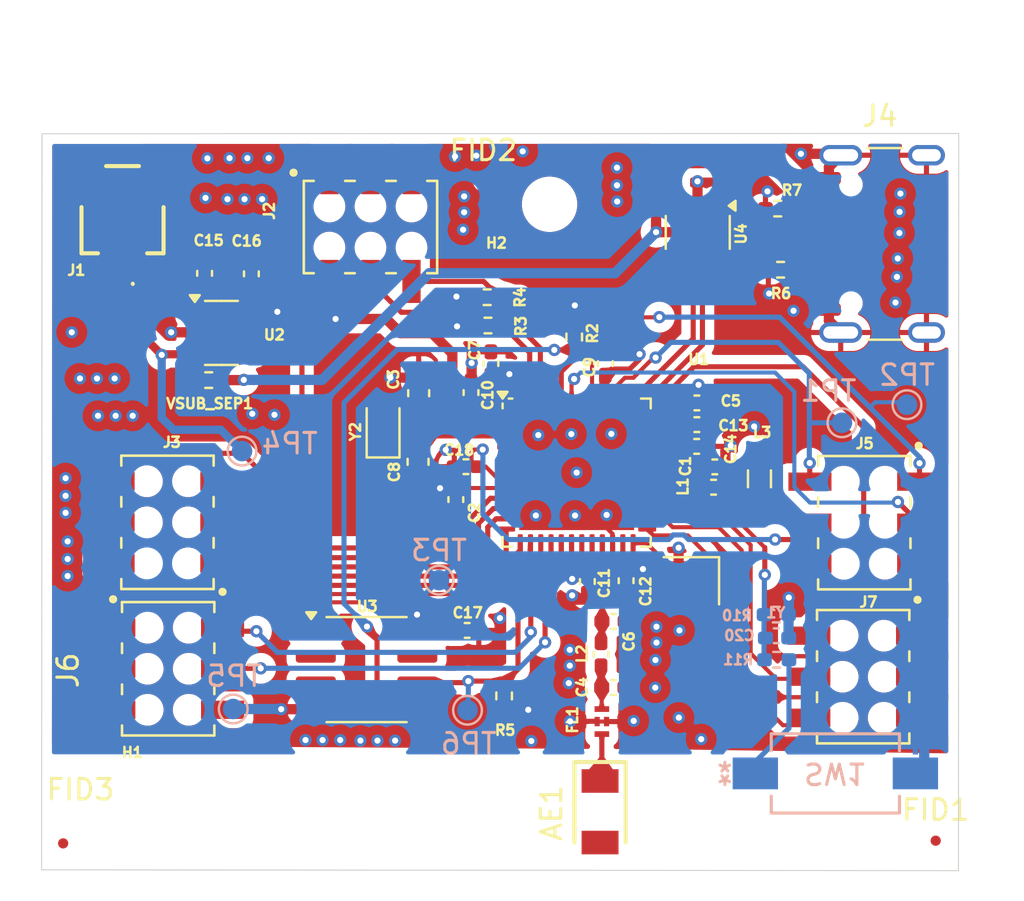
<source format=kicad_pcb>
(kicad_pcb (version 20240108) (generator "pcbnew") (generator_version "8.0")
  (layers (0 "F.Cu" signal) (1 "In1.Cu" signal) (2 "In2.Cu" signal) (31 "B.Cu" signal) (34 "B.Paste" user) (35 "F.Paste" user) (36 "B.SilkS" user "B.Silkscreen") (37 "F.SilkS" user "F.Silkscreen") (38 "B.Mask" user) (39 "F.Mask" user) (44 "Edge.Cuts" user))
  (net 0 "")
  (net 1 "GND")
  (net 2 "/LXSMPS")
  (net 3 "Net-(U1-PC14)")
  (net 4 "Net-(FL1-IN)")
  (net 5 "Net-(U1-RF1)")
  (net 6 "Net-(U1-PC15)")
  (net 7 "V_In")
  (net 8 "Net-(L1-Pad2)")
  (net 9 "Net-(U1-VFBSMPS)")
  (net 10 "Net-(J4-CC1)")
  (net 11 "Net-(J4-CC2)")
  (net 13 "SWD_NRST")
  (net 15 "Net-(AE1-A)")
  (net 16 "+3.3V")
  (net 17 "ADC_IN_7")
  (net 18 "Net-(U1-OSC_OUT)")
  (net 19 "JTMS-SWDIO")
  (net 20 "I2C3_SDA")
  (net 21 "SWD_SWO")
  (net 22 "ADC_IN_8")
  (net 23 "JTCK-SWCLK")
  (net 24 "Net-(U1-OSC_IN)")
  (net 25 "I2C3_SCL")
  (net 26 "Temper")
  (net 27 "ADC_IN_6")
  (net 31 "SDA")
  (net 32 "SCL")
  (net 37 "ADC_IN_9")
  (net 38 "ADC1_IN10")
  (net 39 "ADC1_IN11")
  (net 40 "PA12")
  (net 41 "PA11")
  (net 42 "VBUS")
  (net 43 "Net-(J4-D--PadA7)")
  (net 44 "Net-(J4-D+-PadA6)")
  (net 47 "PA8")
  (net 48 "PB9")
  (net 49 "PA9")
  (net 50 "PB8")
  (net 53 "PA15")
  (net 54 "PB0")
  (net 55 "PA10")
  (net 56 "PB2")
  (net 57 "PB1")
  (net 62 "Net-(U1-PE4)")
  (net 63 "Net-(R11-Pad1)")
  (footprint "Package_DFN_QFN:QFN-48-1EP_7x7mm_P0.5mm_EP5.6x5.6mm" (layer "F.Cu") (at 127.96 84.84)
    (property "Reference" "U1")
    (property "Value" "STM32WB55CCU6")
  )
  (footprint "ALL_FOOTRPINTS:HARWIN_M22-6340342" (layer "F.Cu") (at 141.98 87.28 90)
    (property "Reference" "J5")
    (property "Value" "M22-M22-6340342")
  )
  (footprint "Package_SO:SOIC-8_3.9x4.9mm_P1.27mm" (layer "F.Cu") (at 117.72 94.44)
    (property "Reference" "U3")
    (property "Value" "ATECC608A-SSHDA")
  )
  (footprint "Capacitor_SMD:C_0402_1005Metric_Pad0.74x0.62mm_HandSolder" (layer "F.Cu") (at 133.82 82.5)
    (property "Reference" "C13")
    (property "Value" "4.7uF")
  )
  (footprint "Fiducial:Fiducial_0.5mm_Mask1mm" (layer "F.Cu") (at 145.46 102.78)
    (property "Reference" "FID1")
    (property "Value" "Fiducial")
  )
  (footprint "Fiducial:Fiducial_0.5mm_Mask1mm" (layer "F.Cu") (at 123.41 70.63)
    (property "Reference" "FID2")
    (property "Value" "Fiducial")
  )
  (footprint "Capacitor_SMD:C_0402_1005Metric_Pad0.74x0.62mm_HandSolder" (layer "F.Cu") (at 122.81 80.9375 90)
    (property "Reference" "C10")
    (property "Value" "0.1uF")
  )
  (footprint "Capacitor_SMD:C_0402_1005Metric_Pad0.74x0.62mm_HandSolder" (layer "F.Cu") (at 109.825 75.125 90)
    (property "Reference" "C15")
    (property "Value" "1uF")
  )
  (footprint "Resistor_SMD:R_0402_1005Metric_Pad0.72x0.64mm_HandSolder" (layer "F.Cu") (at 137.76 71.97 180)
    (property "Reference" "R7")
    (property "Value" "5.1k" (hide yes))
  )
  (footprint "ALL_FOOTRPINTS:SM02BSRSSTBLFSN" (layer "F.Cu") (at 105.825 72.187 180)
    (property "Reference" "J1")
    (property "Value" "Conn_01x02_Socket" (hide yes))
  )
  (footprint "Capacitor_SMD:C_0402_1005Metric_Pad0.74x0.62mm_HandSolder" (layer "F.Cu") (at 123.78 79.52 90)
    (property "Reference" "C7")
    (property "Value" "0.1uF")
  )
  (footprint "Package_TO_SOT_SMD:SOT-23-5" (layer "F.Cu") (at 110.6475 78.03)
    (property "Reference" "U2")
    (property "Value" "MCP1802T-3302I/OT")
  )
  (footprint "ALL_FOOTRPINTS:HARWIN_M22-6340342" (layer "F.Cu") (at 108.05 94.4 90)
    (property "Reference" "J6")
    (property "Value" "M22-M22-6340342")
  )
  (footprint "Resistor_SMD:R_0402_1005Metric_Pad0.72x0.64mm_HandSolder" (layer "F.Cu") (at 123.6375 77.67)
    (property "Reference" "R3")
    (property "Value" "4.7k")
  )
  (footprint "Capacitor_SMD:C_0402_1005Metric_Pad0.74x0.62mm_HandSolder" (layer "F.Cu") (at 128.48 90.1475 -90)
    (property "Reference" "C11")
    (property "Value" "0.1uF")
  )
  (footprint "Fiducial:Fiducial_0.5mm_Mask1mm" (layer "F.Cu") (at 102.93 102.91)
    (property "Reference" "FID3")
    (property "Value" "Fiducial")
  )
  (footprint "Capacitor_SMD:C_0402_1005Metric_Pad0.74x0.62mm_HandSolder" (layer "F.Cu") (at 129.36 79.5275 90)
    (property "Reference" "C9")
    (property "Value" "0.1uF")
  )
  (footprint "ALL_FOOTRPINTS:HARWIN_M22-6340342" (layer "F.Cu") (at 117.91 72.87 180)
    (property "Reference" "J2")
    (property "Value" "M22-M22-6340342")
  )
  (footprint "Capacitor_SMD:C_0402_1005Metric_Pad0.74x0.62mm_HandSolder" (layer "F.Cu") (at 129.1475 93.6925 90)
    (property "Reference" "L2")
    (property "Value" "2.7nH")
  )
  (footprint "Capacitor_SMD:C_0402_1005Metric_Pad0.74x0.62mm_HandSolder" (layer "F.Cu") (at 129.7575 92.09 180)
    (property "Reference" "C6")
    (property "Value" "0.3pF" (hide yes))
  )
  (footprint "Capacitor_SMD:C_0603_1608Metric_Pad1.08x0.95mm_HandSolder" (layer "F.Cu") (at 120.23 84.3125 90)
    (property "Reference" "C8")
    (property "Value" "0.8pF")
  )
  (footprint "ALL_FOOTRPINTS:DLF-4_1P6X0P8" (layer "F.Cu") (at 129.1875 96.9729 -90)
    (property "Reference" "FL1")
    (property "Value" "DLF162500LT-5028A1")
  )
  (footprint "ALL_FOOTRPINTS:HARWIN_M22-6340342" (layer "F.Cu") (at 141.925 94.7875 90)
    (property "Reference" "J7")
    (property "Value" "M22-M22-6340342")
  )
  (footprint "Crystal:Crystal_SMD_2016-4Pin_2.0x1.6mm" (layer "F.Cu") (at 133.55 90.11 180)
    (property "Reference" "Y1")
    (property "Value" "32Mhz")
  )
  (footprint "Resistor_SMD:R_0402_1005Metric_Pad0.72x0.64mm_HandSolder" (layer "F.Cu") (at 110.025 80.33 180)
    (property "Reference" "VSUB_SEP1")
    (property "Value" "0")
  )
  (footprint "Resistor_SMD:R_0402_1005Metric_Pad0.72x0.64mm_HandSolder" (layer "F.Cu") (at 127.84 78.23 -90)
    (property "Reference" "R2")
    (property "Value" "4.7k")
  )
  (footprint "Resistor_SMD:R_0402_1005Metric_Pad0.72x0.64mm_HandSolder" (layer "F.Cu") (at 124.425 95.7225 -90)
    (property "Reference" "R5")
    (property "Value" "4.7k")
  )
  (footprint "Resistor_SMD:R_0402_1005Metric_Pad0.72x0.64mm_HandSolder" (layer "F.Cu") (at 123.5975 76.29)
    (property "Reference" "R4")
    (property "Value" "4.7k")
  )
  (footprint "Crystal:Crystal_SMD_2012-2Pin_2.0x1.2mm" (layer "F.Cu") (at 118.525 82.9 90)
    (property "Reference" "Y2")
    (property "Value" "32kHz768" (hide yes))
  )
  (footprint "Capacitor_SMD:C_0603_1608Metric_Pad1.08x0.95mm_HandSolder" (layer "F.Cu") (at 120.26 80.9675 -90)
    (property "Reference" "C3")
    (property "Value" "0.3pF" (hide yes))
  )
  (footprint "Capacitor_SMD:C_0402_1005Metric_Pad0.74x0.62mm_HandSolder" (layer "F.Cu") (at 133.82 81.4425)
    (property "Reference" "C5")
    (property "Value" "0.1uF")
  )
  (footprint "Capacitor_SMD:C_0402_1005Metric_Pad0.74x0.62mm_HandSolder" (layer "F.Cu") (at 134.6925 84.56 180)
    (property "Reference" "C1")
    (property "Value" "4.7uF")
  )
  (footprint "Package_TO_SOT_SMD:SOT-23-6" (layer "F.Cu") (at 133.8625 73.13 -90)
    (property "Reference" "U4")
    (property "Value" "USBLC6-2SC6")
  )
  (footprint "Capacitor_SMD:C_0402_1005Metric_Pad0.74x0.62mm_HandSolder" (layer "F.Cu") (at 112.105 75.15 90)
    (property "Reference" "C16")
    (property "Value" "1uF")
  )
  (footprint "Connector_USB:USB_C_Receptacle_GCT_USB4105-xx-A_16P_TopMnt_Horizontal" (layer "F.Cu") (at 143.935 73.69 90)
    (property "Reference" "J4")
    (property "Value" "USB_C_Receptacle_USB2.0_16P")
  )
  (footprint "ALL_FOOTRPINTS:HARWIN_M22-6340342" (layer "F.Cu") (at 108.015 87.2625 -90)
    (property "Reference" "J3")
    (property "Value" "M22-M22-6340342")
  )
  (footprint "MountingHole:MountingHole_2.2mm_M2" (layer "F.Cu") (at 106.3 101.68)
    (property "Reference" "H1")
    (property "Value" "MountingHole")
  )
  (footprint "Capacitor_SMD:C_0402_1005Metric_Pad0.74x0.62mm_HandSolder" (layer "F.Cu") (at 133.81 83.56)
    (property "Reference" "C14")
    (property "Value" "0.1uF")
  )
  (footprint "ALL_FOOTRPINTS:ANTC3216X140N" (layer "F.Cu") (at 129.1 101.37 -90)
    (property "Reference" "AE1")
    (property "Value" "Antenna")
  )
  (footprint "Capacitor_SMD:C_0402_1005Metric_Pad0.74x0.62mm_HandSolder" (layer "F.Cu") (at 134.6325 85.55)
    (property "Reference" "L1")
    (property "Value" "10nH")
  )
  (footprint "Capacitor_SMD:C_0402_1005Metric_Pad0.74x0.62mm_HandSolder" (layer "F.Cu") (at 122.6225 92.53)
    (property "Reference" "C17")
    (property "Value" "0.1uF")
  )
  (footprint "Inductor_SMD:L_0805_2012Metric_Pad1.05x1.20mm_HandSolder" (layer "F.Cu") (at 136.87 85.14 -90)
    (property "Reference" "L3")
    (property "Value" "10uH")
  )
  (footprint "Resistor_SMD:R_0402_1005Metric_Pad0.72x0.64mm_HandSolder" (layer "F.Cu") (at 137.9 74.95 180)
    (property "Reference" "R6")
    (property "Value" "5.1K" (hide yes))
  )
  (footprint "MountingHole:MountingHole_2.2mm_M2" (layer "F.Cu") (at 126.64 71.76)
    (property "Reference" "H2")
    (property "Value" "MountingHole")
  )
  (footprint "Capacitor_SMD:C_0402_1005Metric_Pad0.74x0.62mm_HandSolder" (layer "F.Cu") (at 130.37 90.1075 -90)
    (property "Reference" "C12")
    (property "Value" "0.1uF")
  )
  (footprint "Capacitor_SMD:C_0402_1005Metric_Pad0.74x0.62mm_HandSolder" (layer "F.Cu") (at 122.5625 84.55 180)
    (property "Reference" "C18")
    (property "Value" "0.1uF")
  )
  (footprint "Capacitor_SMD:C_0402_1005Metric_Pad0.74x0.62mm_HandSolder" (layer "F.Cu") (at 122.07 86.1525 -90)
    (property "Reference" "C2")
    (property "Value" "0.1uF")
  )
  (footprint "Capacitor_SMD:C_0402_1005Metric_Pad0.74x0.62mm_HandSolder" (layer "F.Cu") (at 129.7475 95.3125 180)
    (property "Reference" "C4")
    (property "Value" "0.8pF")
  )
  (footprint "Capacitor_SMD:C_0402_1005Metric_Pad0.74x0.62mm_HandSolder" (layer "B.Cu") (at 137.69 92.79)
    (property "Reference" "C20")
    (property "Value" "0.1uF")
  )
  (footprint "TestPoint:TestPoint_Pad_D1.0mm" (layer "B.Cu") (at 144.06 81.53 180)
    (property "Reference" "TP2")
    (property "Value" "TestPoint")
  )
  (footprint "TestPoint:TestPoint_Pad_D1.0mm" (layer "B.Cu") (at 111.22 96.36 180)
    (property "Reference" "TP5")
    (property "Value" "TestPoint")
  )
  (footprint "Resistor_SMD:R_0402_1005Metric_Pad0.72x0.64mm_HandSolder" (layer "B.Cu") (at 137.69 91.76 180)
    (property "Reference" "R10")
    (property "Value" "5.1k")
  )
  (footprint "ALL_FOOTRPINTS:RS-282G05A3-SM RT_CNK" (layer "B.Cu") (at 140.569302 99.5)
    (property "Reference" "SW1")
    (property "Value" "RS-282G05A3-SM RT")
  )
  (footprint "TestPoint:TestPoint_Pad_D1.0mm" (layer "B.Cu") (at 121.25 90.08 180)
    (property "Reference" "TP3")
    (property "Value" "TestPoint")
  )
  (footprint "Resistor_SMD:R_0402_1005Metric_Pad0.72x0.64mm_HandSolder" (layer "B.Cu") (at 137.71 93.96 180)
    (property "Reference" "R11")
    (property "Value" "200")
  )
  (footprint "TestPoint:TestPoint_Pad_D1.0mm" (layer "B.Cu") (at 111.65 83.79 180)
    (property "Reference" "TP4")
    (property "Value" "TestPoint")
  )
  (footprint "TestPoint:TestPoint_Pad_D1.0mm" (layer "B.Cu") (at 122.64 96.42 180)
    (property "Reference" "TP6")
    (property "Value" "TestPoint")
  )
  (footprint "TestPoint:TestPoint_Pad_D1.0mm" (layer "B.Cu") (at 140.89 82.41 180)
    (property "Reference" "TP1")
    (property "Value" "TestPoint")
  )
  (gr_line (start 146.58 69.99) (end 146.58 68.31) (stroke (width 0.05)) (layer "Edge.Cuts"))
  (gr_line (start 101.88 104.2) (end 101.9 69.96) (stroke (width 0.05)) (layer "Edge.Cuts"))
  (gr_line (start 146.58 68.31) (end 101.9 68.32) (stroke (width 0.05)) (layer "Edge.Cuts"))
  (gr_line (start 146.58 69.99) (end 146.57 104.24) (stroke (width 0.05)) (layer "Edge.Cuts"))
  (gr_line (start 146.57 104.24) (end 101.88 104.2) (stroke (width 0.05)) (layer "Edge.Cuts"))
  (gr_line (start 101.9 69.96) (end 101.9 68.32) (stroke (width 0.05)) (layer "Edge.Cuts"))
  (segment (start 108.195 78) (end 109.48 78) (width 0.5) (layer "F.Cu") (net 1))
  (segment (start 118.88 80.21) (end 120.21 80.21) (width 0.5) (layer "F.Cu") (net 1))
  (segment (start 135.47 83.52) (end 135.21 83.78) (width 0.5) (layer "F.Cu") (net 1))
  (segment (start 121.995 84.55) (end 121.57 84.975) (width 0.25) (layer "F.Cu") (net 1))
  (segment (start 121.57 84.975) (end 120.43 84.975) (width 0.25) (layer "F.Cu") (net 1))
  (segment (start 109.5 78.02) (end 109.51 78.03) (width 0.2) (layer "F.Cu") (net 1))
  (segment (start 128.48 91.03) (end 128.48 90.715) (width 0.2) (layer "F.Cu") (net 1))
  (segment (start 127.64 96.96) (end 128.946 96.96) (width 0.25) (layer "F.Cu") (net 1))
  (segment (start 140.255 69.945) (end 140.255 70.49) (width 0.5) (layer "F.Cu") (net 1))
  (segment (start 127.948355 91.03) (end 128.48 91.03) (width 0.5) (layer "F.Cu") (net 1))
  (segment (start 129.42 86.9) (end 129.42 87.54) (width 0.2) (layer "F.Cu") (net 1))
  (segment (start 129.895 90.675) (end 129.71 90.49) (width 0.25) (layer "F.Cu") (net 1))
  (segment (start 135.21 83.78) (end 135.21 84.51) (width 0.5) (layer "F.Cu") (net 1))
  (segment (start 127.73975 90.821395) (end 127.948355 91.03) (width 0.5) (layer "F.Cu") (net 1))
  (segment (start 122.84 79.495) (end 122.84 80.5025) (width 0.5) (layer "F.Cu") (net 1))
  (segment (start 140.76 69.3) (end 140.83 69.37) (width 0.25) (layer "F.Cu") (net 1))
  (segment (start 120.21 80.21) (end 120.25 80.25) (width 0.2) (layer "F.Cu") (net 1))
  (segment (start 109.48 78) (end 109.51 78.03) (width 0.25) (layer "F.Cu") (net 1))
  (segment (start 129.38 78.875) (end 129.38 78.825) (width 0.2) (layer "F.Cu") (net 1))
  (segment (start 131.3975 84.09) (end 128.71 84.09) (width 0.2) (layer "F.Cu") (net 1))
  (segment (start 134.5875 83.35) (end 134.3775 83.56) (width 0.2) (layer "F.Cu") (net 1))
  (segment (start 129.38 78.825) (end 129.23 78.675) (width 0.2) (layer "F.Cu") (net 1))
  (segment (start 128.71 84.09) (end 127.96 84.84) (width 0.2) (layer "F.Cu") (net 1))
  (segment (start 138.89 69.3) (end 140.76 69.3) (width 0.5) (layer "F.Cu") (net 1))
  (segment (start 115.22 96.37) (end 115.245 96.345) (width 0.2) (layer "F.Cu") (net 1))
  (segment (start 134.4 81.43) (end 134.3875 81.4425) (width 0.2) (layer "F.Cu") (net 1))
  (segment (start 140.255 77.435) (end 140.83 78.01) (width 0.5) (layer "F.Cu") (net 1))
  (segment (start 130.3225 95.32) (end 130.315 95.3125) (width 0.25) (layer "F.Cu") (net 1))
  (segment (start 130.32 90.675) (end 129.895 90.675) (width 0.25) (layer "F.Cu") (net 1))
  (segment (start 129.71 90.49) (end 129.71 88.2775) (width 0.25) (layer "F.Cu") (net 1))
  (segment (start 120.43 84.975) (end 120.23 85.175) (width 0.25) (layer "F.Cu") (net 1))
  (segment (start 133.85 70.64) (end 133.85 71.98) (width 0.5) (layer "F.Cu") (net 1))
  (segment (start 129.42 87.54) (end 129.424386 87.54) (width 0.2) (layer "F.Cu") (net 1))
  (segment (start 132.93 88.5) (end 132.93 89.48) (width 0.5) (layer "F.Cu") (net 1))
  (segment (start 129.424386 87.54) (end 129.71 87.825614) (width 0.2) (layer "F.Cu") (net 1))
  (segment (start 131.79 95.32) (end 130.3225 95.32) (width 0.5) (layer "F.Cu") (net 1))
  (segment (start 134.4575 83.64) (end 134.3775 83.56) (width 0.2) (layer "F.Cu") (net 1))
  (segment (start 128.9589 96.9729) (end 129.4161 96.9729) (width 0.2) (layer "F.Cu") (net 1))
  (segment (start 138.53 76.95) (end 138.59 76.89) (width 0.5) (layer "F.Cu") (net 1))
  (segment (start 140.83 69.37) (end 140.255 69.945) (width 0.5) (layer "F.Cu") (net 1))
  (segment (start 113.56 96.37) (end 115.22 96.37) (width 0.5) (layer "F.Cu") (net 1))
  (segment (start 140.255 76.89) (end 140.255 77.435) (width 0.5) (layer "F.Cu") (net 1))
  (segment (start 130.355 92.12) (end 130.325 92.09) (width 0.25) (layer "F.Cu") (net 1))
  (segment (start 130.74 96.94) (end 130.7071 96.9729) (width 0.25) (layer "F.Cu") (net 1))
  (segment (start 135.21 84.51) (end 135.26 84.56) (width 0.5) (layer "F.Cu") (net 1))
  (segment (start 130.7071 96.9729) (end 129.4161 96.9729) (width 0.25) (layer "F.Cu") (net 1))
  (segment (start 138.59 76.89) (end 140.255 76.89) (width 0.5) (layer "F.Cu") (net 1))
  (segment (start 122.84 80.5025) (end 122.8 80.5425) (width 0.5) (layer "F.Cu") (net 1))
  (segment (start 128.946 96.96) (end 128.9589 96.9729) (width 0.25) (layer "F.Cu") (net 1))
  (segment (start 129.71 87.825614) (end 129.71 88.2775) (width 0.2) (layer "F.Cu") (net 1))
  (segment (start 130.405 90.76) (end 130.32 90.675) (width 0.2) (layer "F.Cu") (net 1))
  (segment (start 133.85 71.98) (end 133.8625 71.9925) (width 0.25) (layer "F.Cu") (net 1))
  (segment (start 134.4075 82.52) (end 134.3875 82.5) (width 0.2) (layer "F.Cu") (net 1))
  (segment (start 123.23 92.57) (end 123.19 92.53) (width 0.2) (layer "F.Cu") (net 1))
  (segment (start 132.93 89.48) (end 132.85 89.56) (width 0.2) (layer "F.Cu") (net 1))
  (via (at 132.97 92.53) (size 0.6) (drill 0.3) (layers "F.Cu" "B.Cu") (net 1))
  (via (at 125.97 86.93) (size 0.6) (drill 0.3) (layers "F.Cu" "B.Cu") (net 1))
  (via (at 131.79 95.32) (size 0.6) (drill 0.3) (layers "F.Cu" "B.Cu") (net 1))
  (via (at 116.435 97.875) (size 0.6) (drill 0.3) (layers "F.Cu" "B.Cu") (net 1))
  (via (at 137.34 76.11) (size 0.6) (drill 0.3) (layers "F.Cu" "B.Cu") (net 1))
  (via (at 133.85 70.64) (size 0.6) (drill 0.3) (layers "F.Cu" "B.Cu") (net 1))
  (via (at 143.5 76.55) (size 0.6) (drill 0.3) (layers "F.Cu" "B.Cu") (net 1))
  (via (at 122.03 69.43) (size 0.6) (drill 0.3) (layers "F.Cu" "B.Cu") (net 1))
  (via (at 143.69 73.16) (size 0.6) (drill 0.3) (layers "F.Cu" "B.Cu") (net 1))
  (via (at 113.56 96.37) (size 0.6) (drill 0.3) (layers "F.Cu" "B.Cu") (net 1))
  (via (at 124.22 91.93) (size 0.6) (drill 0.3) (layers "F.Cu" "B.Cu") (net 1))
  (via (at 138.89 69.3) (size 0.6) (drill 0.3) (layers "F.Cu" "B.Cu") (net 1))
  (via (at 117.42 97.9) (size 0.6) (drill 0.3) (layers "F.Cu" "B.Cu") (net 1))
  (via (at 103.05 85.97) (size 0.6) (drill 0.3) (layers "F.Cu" "B.Cu") (net 1))
  (via (at 111.77 71.51) (size 0.6) (drill 0.3) (layers "F.Cu" "B.Cu") (net 1))
  (via (at 115.575 97.875) (size 0.6) (drill 0.3) (layers "F.Cu" "B.Cu") (net 1))
  (via (at 143.7 72.13) (size 0.6) (drill 0.3) (layers "F.Cu" "B.Cu") (net 1))
  (via (at 118.88 80.21) (size 0.6) (drill 0.3) (layers "F.Cu" "B.Cu") (net 1))
  (via (at 138.3 90.93) (size 0.6) (drill 0.3) (layers "F.Cu" "B.Cu") (net 1))
  (via (at 112.95 69.51) (size 0.6) (drill 0.3) (layers "F.Cu" "B.Cu") (net 1))
  (via (at 103.15 88.19) (size 0.6) (drill 0.3) (layers "F.Cu" "B.Cu") (net 1))
  (via (at 127.7 82.96) (size 0.6) (drill 0.3) (layers "F.Cu" "B.Cu") (net 1))
  (via (at 130.74 96.94) (size 0.6) (drill 0.3) (layers "F.Cu" "B.Cu") (net 1))
  (via (at 129.65 82.95) (size 0.6) (drill 0.3) (layers "F.Cu" "B.Cu") (net 1))
  (via (at 138.53 76.95) (size 0.6) (drill 0.3) (layers "F.Cu" "B.Cu") (net 1))
  (via (at 137.26 71.13) (size 0.6) (drill 0.3) (layers "F.Cu" "B.Cu") (net 1))
  (via (at 125.75 97.92) (size 0.6) (drill 0.3) (layers "F.Cu" "B.Cu") (net 1))
  (via (at 127.575 95.1) (size 0.6) (drill 0.3) (layers "F.Cu" "B.Cu") (net 1))
  (via (at 108.195 78) (size 0.6) (drill 0.3) (layers "F.Cu" "B.Cu") (net 1))
  (via (at 122.475 72.15) (size 0.6) (drill 0.3) (layers "F.Cu" "B.Cu") (net 1))
  (via (at 132.94 96.78) (size 0.6) (drill 0.3) (layers "F.Cu" "B.Cu") (net 1))
  (via (at 127.64 96.96) (size 0.6) (drill 0.3) (layers "F.Cu" "B.Cu") (net 1))
  (via (at 136.61 82.59) (size 0.6) (drill 0.3) (layers "F.Cu" "B.Cu") (net 1))
  (via (at 111.04 69.51) (size 0.6) (drill 0.3) (layers "F.Cu" "B.Cu") (net 1))
  (via (at 129.42 86.9) (size 0.6) (drill 0.3) (layers "F.Cu" "B.Cu") (net 1))
  (via (at 105.49 82.07) (size 0.6) (drill 0.3) (layers "F.Cu" "B.Cu") (net 1))
  (via (at 127.73975 90.821395) (size 0.6) (drill 0.3) (layers "F.Cu" "B.Cu") (net 1))
  (via (at 143.57 75.3) (size 0.6) (drill 0.3) (layers "F.Cu" "B.Cu") (net 1))
  (via (at 104.58 80.25) (size 0.6) (drill 0.3) (layers "F.Cu" "B.Cu") (net 1))
  (via (at 131.8 93.975) (size 0.6) (drill 0.3) (layers "F.Cu" "B.Cu") (net 1))
  (via (at 103.05 85.11) (size 0.6) (drill 0.3) (layers "F.Cu" "B.Cu") (net 1))
  (via (at 109.96 69.52) (size 0.6) (drill 0.3) (layers "F.Cu" "B.Cu") (net 1))
  (via (at 129.925 70.835) (size 0.6) (drill 0.3) (layers "F.Cu" "B.Cu") (net 1))
  (via (at 126.09 83.01) (size 0.6) (drill 0.3) (layers "F.Cu" "B.Cu") (net 1))
  (via (at 109.87 71.45) (size 0.6) (drill 0.3) (layers "F.Cu" "B.Cu") (net 1))
  (via (at 122.84 79.495) (size 0.6) (drill 0.3) (layers "F.Cu" "B.Cu") (net 1))
  (via (at 103.75 80.25) (size 0.6) (drill 0.3) (layers "F.Cu" "B.Cu") (net 1))
  (via (at 104.63 82.07) (size 0.6) (drill 0.3) (layers "F.Cu" "B.Cu") (net 1))
  (via (at 113.23 82.02) (size 0.6) (drill 0.3) (layers "F.Cu" "B.Cu") (net 1))
  (via (at 143.61 74.4) (size 0.6) (drill 0.3) (layers "F.Cu" "B.Cu") (net 1))
  (via (at 112.15 81.97) (size 0.6) (drill 0.3) (layers "F.Cu" "B.Cu") (net 1))
  (via (at 122.425 73) (size 0.6) (drill 0.3) (layers "F.Cu" "B.Cu") (net 1))
  (via (at 127.625 93.475) (size 0.6) (drill 0.3) (layers "F.Cu" "B.Cu") (net 1))
  (via (at 119.11 97.9) (size 0.6) (drill 0.3) (layers "F.Cu" "B.Cu") (net 1))
  (via (at 106.32 82.07) (size 0.6) (drill 0.3) (layers "F.Cu" "B.Cu") (net 1))
  (via (at 131.85 92.35) (size 0.6) (drill 0.3) (layers "F.Cu" "B.Cu") (net 1))
  (via (at 135.47 83.52) (size 0.6) (drill 0.3) (layers "F.Cu" "B.Cu") (net 1))
  (via (at 134.03 97.83) (size 0.6) (drill 0.3) (layers "F.Cu" "B.Cu") (net 1))
  (via (at 111.91 69.51) (size 0.6) (drill 0.3) (layers "F.Cu" "B.Cu") (net 1))
  (via (at 129.925 69.975) (size 0.6) (drill 0.3) (layers "F.Cu" "B.Cu") (net 1))
  (via (at 132.93 88.5) (size 0.6) (drill 0.3) (layers "F.Cu" "B.Cu") (net 1))
  (via (at 143.74 71.24) (size 0.6) (drill 0.3) (layers "F.Cu" "B.Cu") (net 1))
  (via (at 114.745 97.875) (size 0.6) (drill 0.3) (layers "F.Cu" "B.Cu") (net 1))
  (via (at 127.88 86.93) (size 0.6) (drill 0.3) (layers "F.Cu" "B.Cu") (net 1))
  (via (at 103.15 89.05) (size 0.6) (drill 0.3) (layers "F.Cu" "B.Cu") (net 1))
  (via (at 122.475 71.375) (size 0.6) (drill 0.3) (layers "F.Cu" "B.Cu") (net 1))
  (via (at 103.35 78) (size 0.6) (drill 0.3) (layers "F.Cu" "B.Cu") (net 1))
  (via (at 103.15 89.88) (size 0.6) (drill 0.3) (layers "F.Cu" "B.Cu") (net 1))
  (via (at 125.33 69.18) (size 0.6) (drill 0.3) (layers "F.Cu" "B.Cu") (net 1))
  (via (at 129.935 71.625) (size 0.6) (drill 0.3) (layers "F.Cu" "B.Cu") (net 1))
  (via (at 105.44 80.25) (size 0.6) (drill 0.3) (layers "F.Cu" "B.Cu") (net 1))
  (via (at 112.63 71.51) (size 0.6) (drill 0.3) (layers "F.Cu" "B.Cu") (net 1))
  (via (at 127.625 94.25) (size 0.6) (drill 0.3) (layers "F.Cu" "B.Cu") (net 1))
  (via (at 127.96 84.84) (size 0.6) (drill 0.3) (layers "F.Cu" "B.Cu") (net 1))
  (via (at 103.05 86.8) (size 0.6) (drill 0.3) (layers "F.Cu" "B.Cu") (net 1))
  (via (at 123.07 69.39) (size 0.6) (drill 0.3) (layers "F.Cu" "B.Cu") (net 1))
  (via (at 121.58 83.73) (size 0.6) (drill 0.3) (layers "F.Cu" "B.Cu") (net 1))
  (via (at 118.25 97.9) (size 0.6) (drill 0.3) (layers "F.Cu" "B.Cu") (net 1))
  (via (at 110.94 71.51) (size 0.6) (drill 0.3) (layers "F.Cu" "B.Cu") (net 1))
  (via (at 131.85 93.125) (size 0.6) (drill 0.3) (layers "F.Cu" "B.Cu") (net 1))
  (segment (start 138.2875 91.76) (end 138.2875 92.89) (width 0.5) (layer "B.Cu") (net 1))
  (segment (start 138.2875 92.89) (end 138.2975 92.9) (width 0.1) (layer "B.Cu") (net 1))
  (segment (start 113.55 96.36) (end 111.22 96.36) (width 0.5) (layer "B.Cu") (net 1))
  (segment (start 138.3 91.7475) (end 138.2875 91.76) (width 0.1) (layer "B.Cu") (net 1))
  (segment (start 138.3 90.93) (end 138.3 91.7475) (width 0.5) (layer "B.Cu") (net 1))
  (segment (start 113.56 96.37) (end 113.55 96.36) (width 0.2) (layer "B.Cu") (net 1))
  (segment (start 133.76 84.925) (end 134.125 84.56) (width 0.2) (layer "F.Cu") (net 2))
  (segment (start 132.83 84.37) (end 132.05 83.59) (width 0.25) (layer "F.Cu") (net 2))
  (segment (start 132.05 83.59) (end 131.3975 83.59) (width 0.25) (layer "F.Cu") (net 2))
  (segment (start 133.935 84.37) (end 132.83 84.37) (width 0.25) (layer "F.Cu") (net 2))
  (segment (start 133.76 85.705) (end 133.76 84.925) (width 0.2) (layer "F.Cu") (net 2))
  (segment (start 134.125 84.56) (end 133.935 84.37) (width 0.25) (layer "F.Cu") (net 2))
  (segment (start 124.5225 82.59) (end 124.5125 82.6) (width 0.2) (layer "F.Cu") (net 3))
  (segment (start 120.875 82.6) (end 120.25 81.975) (width 0.25) (layer "F.Cu") (net 3))
  (segment (start 119.03 82.21) (end 120.5225 82.21) (width 0.25) (layer "F.Cu") (net 3))
  (segment (start 124.5125 82.6) (end 120.875 82.6) (width 0.25) (layer "F.Cu") (net 3))
  (segment (start 129.18 96.3558) (end 129.1875 96.3633) (width 0.2) (layer "F.Cu") (net 4))
  (segment (start 129.1475 95.28) (end 129.18 95.3125) (width 0.2) (layer "F.Cu") (net 4))
  (segment (start 129.1475 94.26) (end 129.1475 95.28) (width 0.25) (layer "F.Cu") (net 4))
  (segment (start 129.18 95.3125) (end 129.18 96.3558) (width 0.2) (layer "F.Cu") (net 4))
  (segment (start 129.19 92.09) (end 129.19 93.0825) (width 0.2) (layer "F.Cu") (net 5))
  (segment (start 129.21 88.2775) (end 129.21 92.07) (width 0.25) (layer "F.Cu") (net 5))
  (segment (start 129.19 93.0825) (end 129.1475 93.125) (width 0.2) (layer "F.Cu") (net 5))
  (segment (start 129.21 92.07) (end 129.19 92.09) (width 0.2) (layer "F.Cu") (net 5))
  (segment (start 129.1875 92.0875) (end 129.19 92.09) (width 0.2) (layer "F.Cu") (net 5))
  (segment (start 124.4825 83.05) (end 124.5225 83.09) (width 0.25) (layer "F.Cu") (net 6))
  (segment (start 120.799 83.05) (end 124.4825 83.05) (width 0.25) (layer "F.Cu") (net 6))
  (segment (start 120.249 83.6) (end 120.799 83.05) (width 0.25) (layer "F.Cu") (net 6))
  (segment (start 120.249 83.6) (end 118.525 83.6) (width 0.25) (layer "F.Cu") (net 6))
  (segment (start 120.25 83.6) (end 120.249 83.6) (width 0.25) (layer "F.Cu") (net 6))
  (segment (start 106.325 74.475) (end 106.325 77.69) (width 0.4) (layer "F.Cu") (net 7))
  (segment (start 109.875 75.7425) (end 109.825 75.6925) (width 0.4) (layer "F.Cu") (net 7))
  (segment (start 109.51 78.98) (end 109.51 80.2475) (width 0.4) (layer "F.Cu") (net 7))
  (segment (start 109.51 77.08) (end 109.51 76.54) (width 0.4) (layer "F.Cu") (net 7))
  (segment (start 109.51 76.54) (end 109.875 76.175) (width 0.4) (layer "F.Cu") (net 7))
  (segment (start 110.715 77.4) (end 110.395 77.08) (width 0.4) (layer "F.Cu") (net 7))
  (segment (start 107.765 79.07) (end 109.42 79.07) (width 0.4) (layer "F.Cu") (net 7))
  (segment (start 109.42 79.07) (end 109.51 78.98) (width 0.4) (layer "F.Cu") (net 7))
  (segment (start 106.325 77.69) (end 107.735 79.1) (width 0.4) (layer "F.Cu") (net 7))
  (segment (start 110.715 78.7) (end 110.715 77.4) (width 0.4) (layer "F.Cu") (net 7))
  (segment (start 109.875 76.175) (end 109.875 75.7425) (width 0.4) (layer "F.Cu") (net 7))
  (segment (start 109.51 80.2475) (end 109.4275 80.33) (width 0.4) (layer "F.Cu") (net 7))
  (segment (start 107.735 79.1) (end 107.765 79.07) (width 0.4) (layer "F.Cu") (net 7))
  (segment (start 109.51 78.98) (end 110.435 78.98) (width 0.4) (layer "F.Cu") (net 7))
  (segment (start 110.395 77.08) (end 109.51 77.08) (width 0.4) (layer "F.Cu") (net 7))
  (segment (start 110.435 78.98) (end 110.715 78.7) (width 0.4) (layer "F.Cu") (net 7))
  (via (at 107.735 79.1) (size 0.6) (drill 0.3) (layers "F.Cu" "B.Cu") (net 7))
  (segment (start 107.735 82.175) (end 108.31 82.75) (width 0.4) (layer "B.Cu") (net 7))
  (segment (start 110.61 82.75) (end 111.65 83.79) (width 0.4) (layer "B.Cu") (net 7))
  (segment (start 108.31 82.75) (end 110.61 82.75) (width 0.4) (layer "B.Cu") (net 7))
  (segment (start 107.735 79.1) (end 107.735 82.175) (width 0.4) (layer "B.Cu") (net 7))
  (segment (start 136.75 85.03) (end 136.75 84.46) (width 0.2) (layer "F.Cu") (net 8))
  (segment (start 136.315 85.465) (end 136.75 85.03) (width 0.2) (layer "F.Cu") (net 8))
  (segment (start 135.135 85.465) (end 136.315 85.465) (width 0.2) (layer "F.Cu") (net 8))
  (segment (start 135.505685 86.3) (end 135.725685 86.52) (width 0.2) (layer "F.Cu") (net 9))
  (segment (start 131.3975 84.59) (end 131.4275 84.62) (width 0.2) (layer "F.Cu") (net 9))
  (segment (start 136.64 86.52) (end 136.87 86.29) (width 0.2) (layer "F.Cu") (net 9))
  (segment (start 135.725685 86.52) (end 136.64 86.52) (width 0.2) (layer "F.Cu") (net 9))
  (segment (start 131.4275 84.62) (end 132.147154 84.62) (width 0.2) (layer "F.Cu") (net 9))
  (segment (start 133.61 86.3) (end 135.505685 86.3) (width 0.2) (layer "F.Cu") (net 9))
  (segment (start 133.36 85.868201) (end 133.36 86.05) (width 0.2) (layer "F.Cu") (net 9))
  (segment (start 132.147154 84.62) (end 132.775427 85.248273) (width 0.2) (layer "F.Cu") (net 9))
  (segment (start 133.36 86.05) (end 133.61 86.3) (width 0.2) (layer "F.Cu") (net 9))
  (segment (start 132.775427 85.283628) (end 133.36 85.868201) (width 0.2) (layer "F.Cu") (net 9))
  (segment (start 132.775427 85.248273) (end 132.775427 85.283628) (width 0.2) (layer "F.Cu") (net 9))
  (segment (start 140.245 74.95) (end 140.255 74.94) (width 0.25) (layer "F.Cu") (net 10))
  (segment (start 138.4975 74.95) (end 140.245 74.95) (width 0.25) (layer "F.Cu") (net 10))
  (segment (start 138.395 71.94) (end 140.255 71.94) (width 0.25) (layer "F.Cu") (net 11))
  (segment (start 123.530614 84.55) (end 123.1275 84.55) (width 0.2) (layer "F.Cu") (net 13))
  (segment (start 123.1275 84.55) (end 122.8975 84.32) (width 0.2) (layer "F.Cu") (net 13))
  (segment (start 123.38 83.715) (end 122.975 83.715) (width 0.2) (layer "F.Cu") (net 13))
  (segment (start 122.835 83.855) (end 122.835 84.32) (width 0.2) (layer "F.Cu") (net 13))
  (segment (start 137.63 88.1) (end 138.51 88.1) (width 0.25) (layer "F.Cu") (net 13))
  (segment (start 124.5225 85.09) (end 124.070614 85.09) (width 0.2) (layer "F.Cu") (net 13))
  (segment (start 138.51 88.1) (end 139.33 87.28) (width 0.25) (layer "F.Cu") (net 13))
  (segment (start 122.975 83.715) (end 122.835 83.855) (width 0.2) (layer "F.Cu") (net 13))
  (segment (start 124.070614 85.09) (end 123.530614 84.55) (width 0.2) (layer "F.Cu") (net 13))
  (via (at 123.38 83.715) (size 0.6) (drill 0.3) (layers "F.Cu" "B.Cu") (net 13))
  (via (at 137.63 88.1) (size 0.6) (drill 0.3) (layers "F.Cu" "B.Cu") (net 13))
  (segment (start 123.38 83.715) (end 123.39 83.725) (width 0.25) (layer "B.Cu") (net 13))
  (segment (start 133.413884 88.1) (end 137.63 88.1) (width 0.25) (layer "B.Cu") (net 13))
  (segment (start 123.39 83.725) (end 123.39 86.87) (width 0.25) (layer "B.Cu") (net 13))
  (segment (start 124.62 88.1) (end 132.446116 88.1) (width 0.25) (layer "B.Cu") (net 13))
  (segment (start 133.188884 87.875) (end 133.413884 88.1) (width 0.25) (layer "B.Cu") (net 13))
  (segment (start 132.671116 87.875) (end 133.188884 87.875) (width 0.25) (layer "B.Cu") (net 13))
  (segment (start 132.446116 88.1) (end 132.671116 87.875) (width 0.25) (layer "B.Cu") (net 13))
  (segment (start 123.39 86.87) (end 124.62 88.1) (width 0.25) (layer "B.Cu") (net 13))
  (segment (start 129.1875 97.5825) (end 129.1875 99.6725) (width 0.25) (layer "F.Cu") (net 15))
  (segment (start 129.1875 99.6725) (end 129.17 99.69) (width 0.2) (layer "F.Cu") (net 15))
  (segment (start 121.9 80.687394) (end 122.717606 81.505) (width 0.5) (layer "F.Cu") (net 16))
  (segment (start 128.48 89.58) (end 128.48 89.07) (width 0.25) (layer "F.Cu") (net 16))
  (segment (start 133.2525 83.55) (end 133.2425 83.56) (width 0.2) (layer "F.Cu") (net 16))
  (segment (start 123 77.71) (end 123.04 77.67) (width 0.1) (layer "F.Cu") (net 16))
  (segment (start 133.1625 82.59) (end 133.2525 82.5) (width 0.2) (layer "F.Cu") (net 16))
  (segment (start 131.19 89.54) (end 130.32 89.54) (width 0.5) (layer "F.Cu") (net 16))
  (segment (start 120.195 91.775) (end 120.195 92.535) (width 0.5) (layer "F.Cu") (net 16))
  (segment (start 124.5225 82.09) (end 124.5225 81.6275) (width 0.25) (layer "F.Cu") (net 16))
  (segment (start 132.186396 83.09) (end 131.3975 83.09) (width 0.25) (layer "F.Cu") (net 16))
  (segment (start 132.895686 83.56) (end 133.2425 83.56) (width 0.2) (layer "F.Cu") (net 16))
  (segment (start 120.195 92.535) (end 122.05 92.535) (width 0.5) (layer "F.Cu") (net 16))
  (segment (start 119.370661 78.04) (end 120.91 78.04) (width 0.5) (layer "F.Cu") (net 16))
  (segment (start 122.717606 81.505) (end 122.81 81.505) (width 0.5) (layer "F.Cu") (net 16))
  (segment (start 122.1775 85.59) (end 122.12 85.5325) (width 0.1) (layer "F.Cu") (net 16))
  (segment (start 111.785 77.08) (end 112.045 77.08) (width 0.2) (layer "F.Cu") (net 16))
  (segment (start 124.68 80.04) (end 123.8275 80.04) (width 0.5) (layer "F.Cu") (net 16))
  (segment (start 125.6 96.4) (end 124.505 96.4) (width 0.5) (layer "F.Cu") (net 16))
  (segment (start 131.025735 79.313225) (end 130.54896 79.79) (width 0.25) (layer "F.Cu") (net 16))
  (segment (start 132.656396 83.56) (end 132.186396 83.09) (width 0.25) (layer "F.Cu") (net 16))
  (segment (start 123.8275 80.04) (end 123.78 80.0875) (width 0.2) (layer "F.Cu") (net 16))
  (segment (start 123.33 82.09) (end 122.81 81.57) (width 0.25) (layer "F.Cu") (net 16))
  (segment (start 127.741394 90.021394) (end 128.182788 89.58) (width 0.5) (layer "F.Cu") (net 16))
  (segment (start 121.3 85.6) (end 121.315 85.585) (width 0.5) (layer "F.Cu") (net 16))
  (segment (start 128.182788 89.58) (end 128.48 89.58) (width 0.5) (layer "F.Cu") (net 16))
  (segment (start 133.9 80.56) (end 133.2525 81.2075) (width 0.5) (layer "F.Cu") (net 16))
  (segment (start 112.105 75.7775) (end 112.105 76.76) (width 0.5) (layer "F.Cu") (net 16))
  (segment (start 116.21 77.35) (end 116.21 75.82) (width 0.5) (layer "F.Cu") (net 16))
  (segment (start 113.37 77) (end 111.865 77) (width 0.5) (layer "F.Cu") (net 16))
  (segment (start 130.21 89.5825) (end 130.21 88.2775) (width 0.2) (layer "F.Cu") (net 16))
  (segment (start 120.91 78.04) (end 121.9 79.03) (width 0.5) (layer "F.Cu") (net 16))
  (segment (start 133.2525 81.4425) (end 133.2525 82.5) (width 0.5) (layer "F.Cu") (net 16))
  (segment (start 128.71 88.84) (end 128.71 88.2775) (width 0.25) (layer "F.Cu") (net 16))
  (segment (start 111.935 76.93) (end 111.785 77.08) (width 0.5) (layer "F.Cu") (net 16))
  (segment (start 131.3975 82.59) (end 133.1625 82.59) (width 0.25) (layer "F.Cu") (net 16))
  (segment (start 124.1525 81.4025) (end 125.21 81.4025) (width 0.25) (layer "F.Cu") (net 16))
  (segment (start 129.21 81.4025) (end 129.21 80.44) (width 0.25) (layer "F.Cu") (net 16))
  (segment (start 133.2525 81.2075) (end 133.2525 81.4425) (width 0.1) (layer "F.Cu") (net 16))
  (segment (start 123.78 81.03) (end 124.1525 81.4025) (width 0.25) (layer "F.Cu") (net 16))
  (segment (start 124.5225 85.59) (end 122.1775 85.59) (width 0.2) (layer "F.Cu") (net 16))
  (segment (start 122.81 81.57) (end 122.81 81.505) (width 0.25) (layer "F.Cu") (net 16))
  (segment (start 120.18 91.76) (end 120.195 91.775) (width 0.5) (layer "F.Cu") (net 16))
  (segment (start 133.1675 81.4425) (end 133.2525 81.4425) (width 0.2) (layer "F.Cu") (net 16))
  (segment (start 112.105 76.76) (end 111.785 77.08) (width 0.25) (layer "F.Cu") (net 16))
  (segment (start 132.895686 83.56) (end 132.656396 83.56) (width 0.25) (layer "F.Cu") (net 16))
  (segment (start 130.54896 79.79) (end 129.665 79.79) (width 0.25) (layer "F.Cu") (net 16))
  (segment (start 111.865 77) (end 111.785 77.08) (width 0.5) (layer "F.Cu") (net 16))
  (segment (start 124.5225 81.6275) (end 124.7475 81.4025) (width 0.25) (layer "F.Cu") (net 16))
  (segment (start 129.59 79.865) (end 129.36 80.095) (width 0.1) (layer "F.Cu") (net 16))
  (segment (start 129.36 80.29) (end 129.21 80.14) (width 0.25) (layer "F.Cu") (net 16))
  (segment (start 121.315 85.585) (end 122.04 85.585) (width 0.5) (layer "F.Cu") (net 16))
  (segment (start 122.13 77.71) (end 123 77.71) (width 0.5) (layer "F.Cu") (net 16))
  (segment (start 116.21 77.35) (end 118.680661 77.35) (width 0.5) (layer "F.Cu") (net 16))
  (segment (start 129.21 80.14) (end 129.225 80.125) (width 0.1) (layer "F.Cu") (net 16))
  (segment (start 116.21 75.82) (end 115.91 75.52) (width 0.5) (layer "F.Cu") (net 16))
  (segment (start 128.48 89.07) (end 128.71 88.84) (width 0.25) (layer "F.Cu") (net 16))
  (segment (start 124.5225 82.09) (end 123.33 82.09) (width 0.25) (layer "F.Cu") (net 16))
  (segment (start 127.87 76.69) (end 127.87 77.6025) (width 0.25) (layer "F.Cu") (net 16))
  (segment (start 129.21 80.44) (end 129.36 80.29) (width 0.25) (layer "F.Cu") (net 16))
  (segment (start 131.025735 79.065735) (end 131.025735 79.313225) (width 0.25) (layer "F.Cu") (net 16))
  (segment (start 118.680661 77.35) (end 119.370661 78.04) (width 0.5) (layer "F.Cu") (net 16))
  (segment (start 124.505 96.4) (end 124.425 96.32) (width 0.25) (layer "F.Cu") (net 16))
  (segment (start 129.665 79.79) (end 129.59 79.865) (width 0.25) (layer "F.Cu") (net 16))
  (segment (start 128.57 89.58) (end 128.48 89.58) (width 0.2) (layer "F.Cu") (net 16))
  (segment (start 123.78 80.0875) (end 123.78 81.03) (width 0.25) (layer "F.Cu") (net 16))
  (segment (start 121.9 79.03) (end 121.9 80.687394) (width 0.5) (layer "F.Cu") (net 16))
  (segment (start 133.2525 82.5) (end 133.2525 83.55) (width 0.5) (layer "F.Cu") (net 16))
  (segment (start 122.97 76.26) (end 123 76.29) (width 0.1) (layer "F.Cu") (net 16))
  (segment (start 124.7475 81.4025) (end 125.21 81.4025) (width 0.25) (layer "F.Cu") (net 16))
  (segment (start 122.05 92.535) (end 122.055 92.53) (width 0.2) (layer "F.Cu") (net 16))
  (segment (start 127.87 77.6025) (end 127.84 77.6325) (width 0.1) (layer "F.Cu") (net 16))
  (segment (start 122.1 76.26) (end 122.97 76.26) (width 0.5) (layer "F.Cu") (net 16))
  (via (at 121.3 85.6) (size 0.6) (drill 0.3) (layers "F.Cu" "B.Cu") (net 16))
  (via (at 127.741394 90.021394) (size 0.6) (drill 0.3) (layers "F.Cu" "B.Cu") (net 16))
  (via (at 133.9 80.56) (size 0.6) (drill 0.3) (layers "F.Cu" "B.Cu") (net 16))
  (via (at 120.18 91.76) (size 0.6) (drill 0.3) (layers "F.Cu" "B.Cu") (net 16))
  (via (at 122.13 77.71) (size 0.6) (drill 0.3) (layers "F.Cu" "B.Cu") (net 16))
  (via (at 131.19 89.54) (size 0.6) (drill 0.3) (layers "F.Cu" "B.Cu") (net 16))
  (via (at 131.025735 79.065735) (size 0.6) (drill 0.3) (layers "F.Cu" "B.Cu") (net 16))
  (via (at 124.68 80.04) (size 0.6) (drill 0.3) (layers "F.Cu" "B.Cu") (net 16))
  (via (at 127.87 76.69) (size 0.6) (drill 0.3) (layers "F.Cu" "B.Cu") (net 16))
  (via (at 113.37 77) (size 0.6) (drill 0.3) (layers "F.Cu" "B.Cu") (net 16))
  (via (at 125.6 96.4) (size 0.6) (drill 0.3) (layers "F.Cu" "B.Cu") (net 16))
  (via (at 116.21 77.35) (size 0.6) (drill 0.3) (layers "F.Cu" "B.Cu") (net 16))
  (via (at 122.1 76.26) (size 0.6) (drill 0.3) (layers "F.Cu" "B.Cu") (net 16))
  (segment (start 144.9 99.07) (end 144.47 99.5) (width 0.2) (layer "B.Cu") (net 16))
  (segment (start 113.72 77.35) (end 116.21 77.35) (width 0.5) (layer "B.Cu") (net 16))
  (segment (start 144.9 97.94) (end 144.9 99.07) (width 0.5) (layer "B.Cu") (net 16))
  (segment (start 116.21 77.35) (end 116.21 77.32) (width 0.5) (layer "B.Cu") (net 16))
  (segment (start 145.19 99.451396) (end 145.2 99.441396) (width 0.5) (layer "B.Cu") (net 16))
  (segment (start 113.37 77) (end 113.72 77.35) (width 0.5) (layer "B.Cu") (net 16))
  (segment (start 112.5 88.81) (end 112.5 86.9525) (width 0.25) (layer "F.Cu") (net 17))
  (segment (start 113.125 89.435) (end 112.5 88.81) (width 0.25) (layer "F.Cu") (net 17))
  (segment (start 122.779708 89.435) (end 113.125 89.435) (width 0.25) (layer "F.Cu") (net 17))
  (segment (start 123.62526 88.589448) (end 122.779708 89.435) (width 0.25) (layer "F.Cu") (net 17))
  (segment (start 111.0475 85.5) (end 110.39 85.5) (width 0.25) (layer "F.Cu") (net 17))
  (segment (start 123.62526 87.5) (end 123.62526 88.589448) (width 0.25) (layer "F.Cu") (net 17))
  (segment (start 124.5225 87.09) (end 124.03526 87.09) (width 0.25) (layer "F.Cu") (net 17))
  (segment (start 124.03526 87.09) (end 123.62526 87.5) (width 0.25) (layer "F.Cu") (net 17))
  (segment (start 112.5 86.9525) (end 111.0475 85.5) (width 0.25) (layer "F.Cu") (net 17))
  (segment (start 131.84 90.44) (end 132.06 90.66) (width 0.2) (layer "F.Cu") (net 18))
  (segment (start 131.84 88.75) (end 131.84 90.44) (width 0.2) (layer "F.Cu") (net 18))
  (segment (start 132.06 90.66) (end 132.85 90.66) (width 0.2) (layer "F.Cu") (net 18))
  (segment (start 130.71 88.2775) (end 131.3675 88.2775) (width 0.2) (layer "F.Cu") (net 18))
  (segment (start 131.3675 88.2775) (end 131.84 88.75) (width 0.2) (layer "F.Cu") (net 18))
  (segment (start 129.71 80.814219) (end 129.71 81.4025) (width 0.2) (layer "F.Cu") (net 19))
  (segment (start 139.32 85.27) (end 139.33 85.28) (width 0.25) (layer "F.Cu") (net 19))
  (segment (start 139.32 84.37) (end 139.32 85.27) (width 0.25) (layer "F.Cu") (net 19))
  (segment (start 131.808112 79.232741) (end 131.707259 79.232741) (width 0.2) (layer "F.Cu") (net 19))
  (segment (start 130.309219 80.215) (end 129.71 80.814219) (width 0.2) (layer "F.Cu") (net 19))
  (segment (start 131.707259 79.232741) (end 130.725 80.215) (width 0.2) (layer "F.Cu") (net 19))
  (segment (start 130.725 80.215) (end 130.309219 80.215) (width 0.2) (layer "F.Cu") (net 19))
  (via (at 139.32 84.37) (size 0.6) (drill 0.3) (layers "F.Cu" "B.Cu") (net 19))
  (via (at 131.808112 79.232741) (size 0.6) (drill 0.3) (layers "F.Cu" "B.Cu") (net 19))
  (segment (start 131.808112 79.232741) (end 132.550853 78.49) (width 0.25) (layer "B.Cu") (net 19))
  (segment (start 139.3 82.39) (end 139.3 84.35) (width 0.25) (layer "B.Cu") (net 19))
  (segment (start 139.32 82.41) (end 140.89 82.41) (width 0.25) (layer "B.Cu") (net 19))
  (segment (start 139.3 84.35) (end 139.32 84.37) (width 0.25) (layer "B.Cu") (net 19))
  (segment (start 137.79 78.49) (end 139.3 80) (width 0.25) (layer "B.Cu") (net 19))
  (segment (start 139.3 80) (end 139.3 82.39) (width 0.25) (layer "B.Cu") (net 19))
  (segment (start 139.3 82.39) (end 139.32 82.41) (width 0.25) (layer "B.Cu") (net 19))
  (segment (start 132.550853 78.49) (end 137.79 78.49) (width 0.25) (layer "B.Cu") (net 19))
  (segment (start 118.23 95.39) (end 119.185 96.345) (width 0.25) (layer "F.Cu") (net 20))
  (segment (start 117.7375 92.3425) (end 118.23 92.835) (width 0.25) (layer "F.Cu") (net 20))
  (segment (start 127.8075 78.86) (end 127.84 78.8275) (width 0.25) (layer "F.Cu") (net 20))
  (segment (start 127.865 79.265) (end 127.21 79.92) (width 0.25) (layer "F.Cu") (net 20))
  (segment (start 127.21 79.92) (end 127.21 81.4025) (width 0.25) (layer "F.Cu") (net 20))
  (segment (start 119.185 96.345) (end 120.195 96.345) (width 0.25) (layer "F.Cu") (net 20))
  (segment (start 118.23 92.835) (end 118.23 95.39) (width 0.25) (layer "F.Cu") (net 20))
  (segment (start 126.87 78.86) (end 127.8075 78.86) (width 0.25) (layer "F.Cu") (net 20))
  (segment (start 127.865 78.934003) (end 127.865 79.265) (width 0.25) (layer "F.Cu") (net 20))
  (via (at 126.87 78.86) (size 0.6) (drill 0.3) (layers "F.Cu" "B.Cu") (net 20))
  (via (at 117.7375 92.3425) (size 0.6) (drill 0.3) (layers "F.Cu" "B.Cu") (net 20))
  (segment (start 117.7375 92.3425) (end 116.62 91.225) (width 0.25) (layer "B.Cu") (net 20))
  (segment (start 119.21 78.84) (end 126.85 78.84) (width 0.25) (layer "B.Cu") (net 20))
  (segment (start 116.62 81.43) (end 119.21 78.84) (width 0.25) (layer "B.Cu") (net 20))
  (segment (start 116.62 91.225) (end 116.62 81.43) (width 0.25) (layer "B.Cu") (net 20))
  (segment (start 126.85 78.84) (end 126.87 78.86) (width 0.25) (layer "B.Cu") (net 20))
  (segment (start 127.71 80.4) (end 127.71 81.4025) (width 0.2) (layer "F.Cu") (net 21))
  (segment (start 143.62 86.27) (end 144.63 87.28) (width 0.25) (layer "F.Cu") (net 21))
  (segment (start 127.835 80.275) (end 127.8 80.275) (width 0.2) (layer "F.Cu") (net 21))
  (segment (start 127.835 80.275) (end 127.71 80.4) (width 0.2) (layer "F.Cu") (net 21))
  (via (at 127.835 80.275) (size 0.6) (drill 0.3) (layers "F.Cu" "B.Cu") (net 21))
  (via (at 143.62 86.27) (size 0.6) (drill 0.3) (layers "F.Cu" "B.Cu") (net 21))
  (segment (start 139.33 86.3) (end 138.57 85.54) (width 0.2) (layer "B.Cu") (net 21))
  (segment (start 138.57 80.9) (end 137.63 79.96) (width 0.2) (layer "B.Cu") (net 21))
  (segment (start 143.62 86.27) (end 143.59 86.3) (width 0.2) (layer "B.Cu") (net 21))
  (segment (start 137.63 79.96) (end 128.15 79.96) (width 0.2) (layer "B.Cu") (net 21))
  (segment (start 138.57 85.54) (end 138.57 80.9) (width 0.2) (layer "B.Cu") (net 21))
  (segment (start 143.59 86.3) (end 139.33 86.3) (width 0.2) (layer "B.Cu") (net 21))
  (segment (start 128.15 79.96) (end 127.835 80.275) (width 0.2) (layer "B.Cu") (net 21))
  (segment (start 123.898864 86.59) (end 123.17526 87.313604) (width 0.25) (layer "F.Cu") (net 22))
  (segment (start 114.095 88.985) (end 113.52 88.41) (width 0.25) (layer "F.Cu") (net 22))
  (segment (start 123.17526 87.313604) (end 123.17526 88.32474) (width 0.25) (layer "F.Cu") (net 22))
  (segment (start 122.515 88.985) (end 114.095 88.985) (width 0.25) (layer "F.Cu") (net 22))
  (segment (start 113.52 85.76) (end 111.66 83.9) (width 0.25) (layer "F.Cu") (net 22))
  (segment (start 113.52 88.41) (end 113.52 85.76) (width 0.25) (layer "F.Cu") (net 22))
  (segment (start 106.22 83.9) (end 105.365 84.755) (width 0.25) (layer "F.Cu") (net 22))
  (segment (start 105.365 84.755) (end 105.365 85.2625) (width 0.25) (layer "F.Cu") (net 22))
  (segment (start 124.5225 86.59) (end 123.898864 86.59) (width 0.25) (layer "F.Cu") (net 22))
  (segment (start 111.66 83.9) (end 106.22 83.9) (width 0.25) (layer "F.Cu") (net 22))
  (segment (start 123.17526 88.32474) (end 122.515 88.985) (width 0.25) (layer "F.Cu") (net 22))
  (segment (start 131.99 77.26) (end 131.98 77.27) (width 0.2) (layer "F.Cu") (net 23))
  (segment (start 131.98 77.27) (end 129.15 77.27) (width 0.2) (layer "F.Cu") (net 23))
  (segment (start 129.15 77.27) (end 128.71 77.71) (width 0.2) (layer "F.Cu") (net 23))
  (segment (start 128.71 77.71) (end 128.71 81.4025) (width 0.2) (layer "F.Cu") (net 23))
  (segment (start 144.67 85.24) (end 144.63 85.28) (width 0.25) (layer "F.Cu") (net 23))
  (segment (start 144.67 84.38) (end 144.67 85.24) (width 0.25) (layer "F.Cu") (net 23))
  (via (at 144.67 84.38) (size 0.6) (drill 0.3) (layers "F.Cu" "B.Cu") (net 23))
  (via (at 131.99 77.26) (size 0.6) (drill 0.3) (layers "F.Cu" "B.Cu") (net 23))
  (segment (start 144.7 84.11) (end 142.255 81.665) (width 0.25) (layer "B.Cu") (net 23))
  (segment (start 142.255 81.665) (end 137.85 77.26) (width 0.25) (layer "B.Cu") (net 23))
  (segment (start 143.94 81.41) (end 142.51 81.41) (width 0.2) (layer "B.Cu") (net 23))
  (segment (start 144.67 84.38) (end 144.7 84.35) (width 0.25) (layer "B.Cu") (net 23))
  (segment (start 137.85 77.26) (end 131.99 77.26) (width 0.25) (layer "B.Cu") (net 23))
  (segment (start 142.51 81.41) (end 142.255 81.665) (width 0.2) (layer "B.Cu") (net 23))
  (segment (start 144.7 84.35) (end 144.7 84.11) (width 0.25) (layer "B.Cu") (net 23))
  (segment (start 144.06 81.53) (end 143.94 81.41) (width 0.2) (layer "B.Cu") (net 23))
  (segment (start 134.25 88.77) (end 134.25 89.56) (width 0.2) (layer "F.Cu") (net 24))
  (segment (start 133.38 87.9) (end 134.25 88.77) (width 0.2) (layer "F.Cu") (net 24))
  (segment (start 131.7075 87.9) (end 133.38 87.9) (width 0.2) (layer "F.Cu") (net 24))
  (segment (start 131.3975 87.59) (end 131.7075 87.9) (width 0.2) (layer "F.Cu") (net 24))
  (segment (start 124.525 95) (end 122.73 95) (width 0.25) (layer "F.Cu") (net 25))
  (segment (start 125.1 90.5) (end 125.1 94.425) (width 0.25) (layer "F.Cu") (net 25))
  (segment (start 125.1 94.425) (end 124.525 95) (width 0.25) (layer "F.Cu") (net 25))
  (segment (start 122.68 95) (end 122.68 95.05) (width 0.2) (layer "F.Cu") (net 25))
  (segment (start 122.73 95) (end 122.68 95) (width 0.2) (layer "F.Cu") (net 25))
  (segment (start 126.71 88.2775) (end 126.71 88.896112) (width 0.25) (layer "F.Cu") (net 25))
  (segment (start 125.766112 89.84) (end 125.76 89.84) (width 0.25) (layer "F.Cu") (net 25))
  (segment (start 122.68 95.05) (end 122.655 95.075) (width 0.2) (layer "F.Cu") (net 25))
  (segment (start 125.76 89.84) (end 125.1 90.5) (width 0.25) (layer "F.Cu") (net 25))
  (segment (start 122.655 95.075) (end 120.195 95.075) (width 0.25) (layer "F.Cu") (net 25))
  (segment (start 126.71 88.896112) (end 125.766112 89.84) (width 0.25) (layer "F.Cu") (net 25))
  (via (at 122.68 95) (size 0.6) (drill 0.3) (layers "F.Cu" "B.Cu") (net 25))
  (segment (start 122.68 96.38) (end 122.64 96.42) (width 0.2) (layer "B.Cu") (net 25))
  (segment (start 122.68 95) (end 122.68 96.38) (width 0.25) (layer "B.Cu") (net 25))
  (segment (start 114.57 70.8) (end 115.15 70.22) (width 0.25) (layer "F.Cu") (net 26))
  (segment (start 114.57 87.7) (end 114.57 70.8) (width 0.25) (layer "F.Cu") (net 26))
  (segment (start 122.72526 88.138344) (end 122.353604 88.51) (width 0.25) (layer "F.Cu") (net 26))
  (segment (start 122.72526 87.127208) (end 122.72526 88.138344) (width 0.25) (layer "F.Cu") (net 26))
  (segment (start 115.15 70.22) (end 115.91 70.22) (width 0.25) (layer "F.Cu") (net 26))
  (segment (start 122.353604 88.51) (end 115.38 88.51) (width 0.25) (layer "F.Cu") (net 26))
  (segment (start 123.762468 86.09) (end 122.72526 87.127208) (width 0.25) (layer "F.Cu") (net 26))
  (segment (start 124.5225 86.09) (end 123.762468 86.09) (width 0.25) (layer "F.Cu") (net 26))
  (segment (start 115.38 88.51) (end 114.57 87.7) (width 0.25) (layer "F.Cu") (net 26))
  (segment (start 124.5225 88.673338) (end 123.310838 89.885) (width 0.25) (layer "F.Cu") (net 27))
  (segment (start 112.05 88.08) (end 111.2325 87.2625) (width 0.25) (layer "F.Cu") (net 27))
  (segment (start 111.2325 87.2625) (end 110.39 87.2625) (width 0.25) (layer "F.Cu") (net 27))
  (segment (start 112.705 89.885) (end 112.05 89.23) (width 0.25) (layer "F.Cu") (net 27))
  (segment (start 124.5225 87.59) (end 124.5225 88.673338) (width 0.25) (layer "F.Cu") (net 27))
  (segment (start 123.310838 89.885) (end 112.705 89.885) (width 0.25) (layer "F.Cu") (net 27))
  (segment (start 112.05 89.23) (end 112.05 88.08) (width 0.25) (layer "F.Cu") (net 27))
  (segment (start 125.67 81.3625) (end 125.67 78.99) (width 0.25) (layer "F.Cu") (net 31))
  (segment (start 119.415 77.025) (end 117.91 75.52) (width 0.25) (layer "F.Cu") (net 31))
  (segment (start 125.71 81.4025) (end 125.67 81.3625) (width 0.25) (layer "F.Cu") (net 31))
  (segment (start 124.235 77.67) (end 123.59 77.025) (width 0.25) (layer "F.Cu") (net 31))
  (segment (start 125.67 78.99) (end 124.35 77.67) (width 0.25) (layer "F.Cu") (net 31))
  (segment (start 123.59 77.025) (end 119.415 77.025) (width 0.25) (layer "F.Cu") (net 31))
  (segment (start 124.35 77.67) (end 124.235 77.67) (width 0.25) (layer "F.Cu") (net 31))
  (segment (start 125.19 76.25) (end 124.155 76.25) (width 0.25) (layer "F.Cu") (net 32))
  (segment (start 126.21 81.4025) (end 126.19 81.3825) (width 0.25) (layer "F.Cu") (net 32))
  (segment (start 123.425 75.52) (end 119.91 75.52) (width 0.25) (layer "F.Cu") (net 32))
  (segment (start 124.155 76.25) (end 123.425 75.52) (width 0.25) (layer "F.Cu") (net 32))
  (segment (start 126.19 78.78) (end 125.24 77.83) (width 0.25) (layer "F.Cu") (net 32))
  (segment (start 125.24 77.83) (end 125.24 76.3) (width 0.25) (layer "F.Cu") (net 32))
  (segment (start 125.24 76.3) (end 125.19 76.25) (width 0.25) (layer "F.Cu") (net 32))
  (segment (start 126.19 81.3825) (end 126.19 78.78) (width 0.25) (layer "F.Cu") (net 32))
  (segment (start 123.497234 90.335) (end 111.7375 90.335) (width 0.25) (layer "F.Cu") (net 37))
  (segment (start 125.21 88.2775) (end 125.21 88.622234) (width 0.25) (layer "F.Cu") (net 37))
  (segment (start 111.7375 90.335) (end 110.665 89.2625) (width 0.25) (layer "F.Cu") (net 37))
  (segment (start 125.21 88.622234) (end 123.497234 90.335) (width 0.25) (layer "F.Cu") (net 37))
  (segment (start 108.075 88.675) (end 107.65 88.25) (width 0.2) (layer "F.Cu") (net 38))
  (segment (start 125.71 88.2775) (end 125.71 88.729386) (width 0.2) (layer "F.Cu") (net 38))
  (segment (start 125.424386 89.015) (end 125.418274 89.015) (width 0.2) (layer "F.Cu") (net 38))
  (segment (start 106.3525 88.25) (end 105.365 87.2625) (width 0.2) (layer "F.Cu") (net 38))
  (segment (start 125.418274 89.015) (end 123.673274 90.76) (width 0.2) (layer "F.Cu") (net 38))
  (segment (start 107.65 88.25) (end 106.3525 88.25) (width 0.2) (layer "F.Cu") (net 38))
  (segment (start 108.075 89.9725) (end 108.075 88.675) (width 0.2) (layer "F.Cu") (net 38))
  (segment (start 123.673274 90.76) (end 108.8625 90.76) (width 0.2) (layer "F.Cu") (net 38))
  (segment (start 125.71 88.729386) (end 125.424386 89.015) (width 0.2) (layer "F.Cu") (net 38))
  (segment (start 108.8625 90.76) (end 108.075 89.9725) (width 0.2) (layer "F.Cu") (net 38))
  (segment (start 125.590072 89.415) (end 125.58396 89.415) (width 0.2) (layer "F.Cu") (net 39))
  (segment (start 123.83896 91.16) (end 107.2625 91.16) (width 0.2) (layer "F.Cu") (net 39))
  (segment (start 126.21 88.2775) (end 126.21 88.795072) (width 0.2) (layer "F.Cu") (net 39))
  (segment (start 107.2625 91.16) (end 105.365 89.2625) (width 0.2) (layer "F.Cu") (net 39))
  (segment (start 125.58396 89.415) (end 123.83896 91.16) (width 0.2) (layer "F.Cu") (net 39))
  (segment (start 126.21 88.795072) (end 125.590072 89.415) (width 0.2) (layer "F.Cu") (net 39))
  (segment (start 133.2375 74.980908) (end 133.64 75.383408) (width 0.25) (layer "F.Cu") (net 40))
  (segment (start 132.9125 74.2675) (end 133.2375 74.5925) (width 0.25) (layer "F.Cu") (net 40))
  (segment (start 130.21 80.91526) (end 130.21 81.4025) (width 0.25) (layer "F.Cu") (net 40))
  (segment (start 133.64 75.383408) (end 133.64 78.30649) (width 0.25) (layer "F.Cu") (net 40))
  (segment (start 130.48526 80.64) (end 130.21 80.91526) (width 0.25) (layer "F.Cu") (net 40))
  (segment (start 133.2375 74.5925) (end 133.2375 74.980908) (width 0.25) (layer "F.Cu") (net 40))
  (segment (start 133.64 78.30649) (end 131.30649 80.64) (width 0.25) (layer "F.Cu") (net 40))
  (segment (start 131.30649 80.64) (end 130.48526 80.64) (width 0.25) (layer "F.Cu") (net 40))
  (segment (start 134.09 75.96) (end 134.09 78.616396) (width 0.25) (layer "F.Cu") (net 41))
  (segment (start 134.09 78.616396) (end 132.503604 80.202792) (width 0.25) (layer "F.Cu") (net 41))
  (segment (start 132.503604 80.202792) (end 132.503604 80.21) (width 0.25) (layer "F.Cu") (net 41))
  (segment (start 134.8125 74.2675) (end 134.8125 75.2375) (width 0.25) (layer "F.Cu") (net 41))
  (segment (start 131.311104 81.4025) (end 130.71 81.4025) (width 0.25) (layer "F.Cu") (net 41))
  (segment (start 132.503604 80.21) (end 131.311104 81.4025) (width 0.25) (layer "F.Cu") (net 41))
  (segment (start 134.8125 75.2375) (end 134.09 75.96) (width 0.25) (layer "F.Cu") (net 41))
  (segment (start 111.735 80.27) (end 111.705 80.3) (width 0.2) (layer "F.Cu") (net 42))
  (segment (start 133.67 73.12) (end 133.8625 73.3125) (width 0.5) (layer "F.Cu") (net 42))
  (segment (start 141.605 75.265) (end 141.605 72.115) (width 0.25) (layer "F.Cu") (net 42))
  (segment (start 140.255 76.09) (end 140.78 76.09) (width 0.25) (layer "F.Cu") (net 42))
  (segment (start 140.78 71.29) (end 140.255 71.29) (width 0.25) (layer "F.Cu") (net 42))
  (segment (start 110.6225 80.33) (end 111.675 80.33) (width 0.5) (layer "F.Cu") (net 42))
  (segment (start 139.2 71.29) (end 137.215 69.305) (width 0.5) (layer "F.Cu") (net 42))
  (segment (start 131.83 73.12) (end 133.67 73.12) (width 0.5) (layer "F.Cu") (net 42))
  (segment (start 141.605 72.115) (end 140.78 71.29) (width 0.25) (layer "F.Cu") (net 42))
  (segment (start 140.78 76.09) (end 141.605 75.265) (width 0.25) (layer "F.Cu") (net 42))
  (segment (start 111.675 80.33) (end 111.685 80.32) (width 0.2) (layer "F.Cu") (net 42))
  (segment (start 111.685 80.32) (end 111.735 80.32) (width 0.2) (layer "F.Cu") (net 42))
  (segment (start 132.235 69.305) (end 131.83 69.71) (width 0.5) (layer "F.Cu") (net 42))
  (segment (start 140.255 71.29) (end 139.2 71.29) (width 0.5) (layer "F.Cu") (net 42))
  (segment (start 131.83 69.71) (end 131.83 73.12) (width 0.5) (layer "F.Cu") (net 42))
  (segment (start 111.735 80.32) (end 111.735 80.27) (width 0.2) (layer "F.Cu") (net 42))
  (segment (start 133.8625 73.3125) (end 133.8625 74.2675) (width 0.5) (layer "F.Cu") (net 42))
  (segment (start 137.215 69.305) (end 132.235 69.305) (width 0.5) (layer "F.Cu") (net 42))
  (via (at 111.735 80.32) (size 0.6) (drill 0.3) (layers "F.Cu" "B.Cu") (net 42))
  (via (at 131.83 73.12) (size 0.6) (drill 0.3) (layers "F.Cu" "B.Cu") (net 42))
  (segment (start 111.735 80.32) (end 115.555 80.32) (width 0.5) (layer "B.Cu") (net 42))
  (segment (start 129.83 75.12) (end 131.83 73.12) (width 0.5) (layer "B.Cu") (net 42))
  (segment (start 117.325 78.55) (end 117.34 78.55) (width 0.5) (layer "B.Cu") (net 42))
  (segment (start 120.77 75.12) (end 129.83 75.12) (width 0.5) (layer "B.Cu") (net 42))
  (segment (start 117.34 78.55) (end 120.77 75.12) (width 0.5) (layer "B.Cu") (net 42))
  (segment (start 115.555 80.32) (end 117.325 78.55) (width 0.5) (layer "B.Cu") (net 42))
  (segment (start 139.01 73.44) (end 139.01 74.15) (width 0.25) (layer "F.Cu") (net 43))
  (segment (start 136.26 73.44) (end 139.01 73.44) (width 0.25) (layer "F.Cu") (net 43))
  (segment (start 134.8125 71.9925) (end 136.26 73.44) (width 0.25) (layer "F.Cu") (net 43))
  (segment (start 140.255 73.44) (end 139.01 73.44) (width 0.25) (layer "F.Cu") (net 43))
  (segment (start 139.01 74.15) (end 139.3 74.44) (width 0.25) (layer "F.Cu") (net 43))
  (segment (start 139.3 74.44) (end 140.255 74.44) (width 0.25) (layer "F.Cu") (net 43))
  (segment (start 140.245 72.93) (end 140.255 72.94) (width 0.25) (layer "F.Cu") (net 44))
  (segment (start 141.155 73.682764) (end 140.897764 73.94) (width 0.25) (layer "F.Cu") (net 44))
  (segment (start 140.897764 72.94) (end 141.155 73.197236) (width 0.25) (layer "F.Cu") (net 44))
  (segment (start 140.255 72.94) (end 140.897764 72.94) (width 0.25) (layer "F.Cu") (net 44))
  (segment (start 141.155 73.197236) (end 141.155 73.682764) (width 0.25) (layer "F.Cu") (net 44))
  (segment (start 135.6 70.21) (end 135.6 72.143604) (width 0.25) (layer "F.Cu") (net 44))
  (segment (start 136.386396 72.93) (end 140.245 72.93) (width 0.25) (layer "F.Cu") (net 44))
  (segment (start 132.9125 71.9925) (end 132.9125 70.1775) (width 0.25) (layer "F.Cu") (net 44))
  (segment (start 132.9125 70.1775) (end 133.21 69.88) (width 0.25) (layer "F.Cu") (net 44))
  (segment (start 135.27 69.88) (end 135.6 70.21) (width 0.25) (layer "F.Cu") (net 44))
  (segment (start 140.897764 73.94) (end 140.255 73.94) (width 0.25) (layer "F.Cu") (net 44))
  (segment (start 133.21 69.88) (end 135.27 69.88) (width 0.25) (layer "F.Cu") (net 44))
  (segment (start 135.6 72.143604) (end 136.386396 72.93) (width 0.25) (layer "F.Cu") (net 44))
  (segment (start 125.725 90.517508) (end 127.21 89.032508) (width 0.25) (layer "F.Cu") (net 47))
  (segment (start 110.87 92.57) (end 110.7 92.4) (width 0.25) (layer "F.Cu") (net 47))
  (segment (start 127.21 89.032508) (end 127.21 88.2775) (width 0.25) (layer "F.Cu") (net 47))
  (segment (start 112.35 92.57) (end 110.87 92.57) (width 0.25) (layer "F.Cu") (net 47))
  (segment (start 125.725 90.517508) (end 125.725 92.61) (width 0.25) (layer "F.Cu") (net 47))
  (via (at 125.725 92.61) (size 0.6) (drill 0.3) (layers "F.Cu" "B.Cu") (net 47))
  (via (at 112.35 92.57) (size 0.6) (drill 0.3) (layers "F.Cu" "B.Cu") (net 47))
  (segment (start 125.725 92.845) (end 124.97 93.6) (width 0.25) (layer "B.Cu") (net 47))
  (segment (start 113.37 93.6) (end 112.35 92.58) (width 0.25) (layer "B.Cu") (net 47))
  (segment (start 124.97 93.6) (end 113.37 93.6) (width 0.25) (layer "B.Cu") (net 47))
  (segment (start 125.725 92.61) (end 125.725 92.845) (width 0.25) (layer "B.Cu") (net 47))
  (segment (start 112.35 92.58) (end 112.35 92.57) (width 0.25) (layer "B.Cu") (net 47))
  (segment (start 127.71 89.168904) (end 127.71 88.2775) (width 0.25) (layer "F.Cu") (net 49))
  (segment (start 126.42 93.11) (end 126.42 90.458904) (width 0.25) (layer "F.Cu") (net 49))
  (segment (start 112.56 94.38) (end 110.72 94.38) (width 0.25) (layer "F.Cu") (net 49))
  (segment (start 126.42 90.458904) (end 127.71 89.168904) (width 0.25) (layer "F.Cu") (net 49))
  (segment (start 110.72 94.38) (end 110.7 94.4) (width 0.25) (layer "F.Cu") (net 49))
  (via (at 126.42 93.11) (size 0.6) (drill 0.3) (layers "F.Cu" "B.Cu") (net 49))
  (via (at 112.56 94.38) (size 0.6) (drill 0.3) (layers "F.Cu" "B.Cu") (net 49))
  (segment (start 112.57 94.38) (end 112.56 94.38) (width 0.25) (layer "B.Cu") (net 49))
  (segment (start 126.42 93.11) (end 125.155 94.375) (width 0.25) (layer "B.Cu") (net 49))
  (segment (start 112.575 94.375) (end 112.57 94.38) (width 0.25) (layer "B.Cu") (net 49))
  (segment (start 125.155 94.375) (end 112.575 94.375) (width 0.25) (layer "B.Cu") (net 49))
  (segment (start 138.9125 97.15) (end 138.01 97.15) (width 0.2) (layer "F.Cu") (net 54))
  (segment (start 139.275 96.7875) (end 138.9125 97.15) (width 0.2) (layer "F.Cu") (net 54))
  (segment (start 136 95.14) (end 136 88.62) (width 0.2) (layer "F.Cu") (net 54))
  (segment (start 138.01 97.15) (end 136 95.14) (width 0.2) (layer "F.Cu") (net 54))
  (segment (start 131.849386 86.09) (end 131.3975 86.09) (width 0.2) (layer "F.Cu") (net 54))
  (segment (start 132.135 86.375614) (end 131.849386 86.09) (width 0.2) (layer "F.Cu") (net 54))
  (segment (start 134.88 87.5) (end 132.64 87.5) (width 0.2) (layer "F.Cu") (net 54))
  (segment (start 136 88.62) (end 134.88 87.5) (width 0.2) (layer "F.Cu") (net 54))
  (segment (start 132.64 87.5) (end 132.135 86.995) (width 0.2) (layer "F.Cu") (net 54))
  (segment (start 132.135 86.995) (end 132.135 86.375614) (width 0.2) (layer "F.Cu") (net 54))
  (segment (start 139.275 92.345) (end 141.95 89.67) (width 0.25) (layer "F.Cu") (net 55))
  (segment (start 131.3975 81.9525) (end 131.3975 82.09) (width 0.25) (layer "F.Cu") (net 55))
  (segment (start 141.95 82.63) (end 139 79.68) (width 0.25) (layer "F.Cu") (net 55))
  (segment (start 139.275 92.7875) (end 139.275 92.345) (width 0.25) (layer "F.Cu") (net 55))
  (segment (start 141.95 89.67) (end 141.95 82.63) (width 0.25) (layer "F.Cu") (net 55))
  (segment (start 133.67 79.68) (end 131.3975 81.9525) (width 0.25) (layer "F.Cu") (net 55))
  (segment (start 139 79.68) (end 133.67 79.68) (width 0.25) (layer "F.Cu") (net 55))
  (segment (start 136.44 88.365686) (end 135.174314 87.1) (width 0.2) (layer "F.Cu") (net 57))
  (segment (start 131.3975 85.59) (end 131.950427 85.59) (width 0.25) (layer "F.Cu") (net 57))
  (segment (start 132.83 87.1) (end 132.56 86.83) (width 0.2) (layer "F.Cu") (net 57))
  (segment (start 139.1725 94.89) (end 137.68 94.89) (width 0.2) (layer "F.Cu") (net 57))
  (segment (start 132.56 86.83) (end 132.56 86.199573) (width 0.2) (layer "F.Cu") (net 57))
  (segment (start 135.174314 87.1) (end 132.83 87.1) (width 0.2) (layer "F.Cu") (net 57))
  (segment (start 132.56 86.199573) (end 131.950427 85.59) (width 0.2) (layer "F.Cu") (net 57))
  (segment (start 137.68 94.89) (end 136.44 93.65) (width 0.2) (layer "F.Cu") (net 57))
  (segment (start 136.44 93.65) (end 136.44 88.365686) (width 0.2) (layer "F.Cu") (net 57))
  (segment (start 139.275 94.7875) (end 139.1725 94.89) (width 0.2) (layer "F.Cu") (net 57))
  (segment (start 137.13 89.82) (end 137.13 88.49) (width 0.25) (layer "F.Cu") (net 62))
  (segment (start 137.13 88.49) (end 135.34 86.7) (width 0.2) (layer "F.Cu") (net 62))
  (segment (start 135.34 86.7) (end 133.18 86.7) (width 0.2) (layer "F.Cu") (net 62))
  (segment (start 132.96 86.48) (end 132.96 86.033887) (width 0.2) (layer "F.Cu") (net 62))
  (segment (start 132.96 86.033887) (end 132.375427 85.449314) (width 0.2) (layer "F.Cu") (net 62))
  (segment (start 132.375427 85.413959) (end 132.051468 85.09) (width 0.2) (layer "F.Cu") (net 62))
  (segment (start 133.18 86.7) (end 132.96 86.48) (width 0.2) (layer "F.Cu") (net 62))
  (segment (start 132.051468 85.09) (end 131.3975 85.09) (width 0.2) (layer "F.Cu") (net 62))
  (segment (start 132.375427 85.449314) (end 132.375427 85.413959) (width 0.2) (layer "F.Cu") (net 62))
  (via (at 137.13 89.82) (size 0.6) (drill 0.3) (layers "F.Cu" "B.Cu") (net 62))
  (segment (start 137.0925 91.76) (end 137.0925 93.94) (width 0.25) (layer "B.Cu") (net 62))
  (segment (start 137.11 91.7025) (end 137.13 91.7225) (width 0.25) (layer "B.Cu") (net 62))
  (segment (start 137.11 89.84) (end 137.11 91.7025) (width 0.25) (layer "B.Cu") (net 62))
  (segment (start 137.0925 93.94) (end 137.1125 93.96) (width 0.1) (layer "B.Cu") (net 62))
  (segment (start 137.13 89.82) (end 137.11 89.84) (width 0.25) (layer "B.Cu") (net 62))
  (segment (start 136.668604 98.931396) (end 136.668604 99.5) (width 0.25) (layer "B.Cu") (net 63))
  (segment (start 138.3075 97.2925) (end 136.668604 98.931396) (width 0.25) (layer "B.Cu") (net 63))
  (segment (start 138.3075 93.96) (end 138.3075 97.2925) (width 0.25) (layer "B.Cu") (net 63))
  (zone (net 1) (net_name "GND") (layers "F.Cu" "In1.Cu" "In2.Cu") (connect_pads (clearance 0.45)) (min_thickness 0.2) (fill yes (thermal_gap 0.4) (thermal_bridge_width 0.25))
    (polygon (pts (xy 132.68 98.33) (xy 101.98 98.14) (xy 102.03 68.36) (xy 146.49 68.42) (xy 146.51 98.53)))
  )
  (zone (net 0) (net_name "") (layers "In2.Cu" "B.Cu") (name "RF") (connect_pads (clearance 0)) (min_thickness 0.2)
    (keepout (tracks not_allowed) (vias not_allowed) (pads not_allowed) (copperpour not_allowed) (footprints allowed))
    (fill (thermal_gap 0.4) (thermal_bridge_width 0.25))
    (polygon (pts (xy 128.32 98.41) (xy 130.03 98.4) (xy 130.01 92.58) (xy 130.02 91.46) (xy 128.5 91.49)))
  )
  (zone (net 16) (net_name "+3.3V") (layer "B.Cu") (priority 1) (connect_pads (clearance 0.45)) (min_thickness 0.2) (fill yes (thermal_gap 0.4) (thermal_bridge_width 0.25))
    (polygon (pts (xy 101.99 68.39) (xy 146.49 68.42) (xy 146.56 98.58) (xy 101.85 98.57)))
  )
)
</source>
